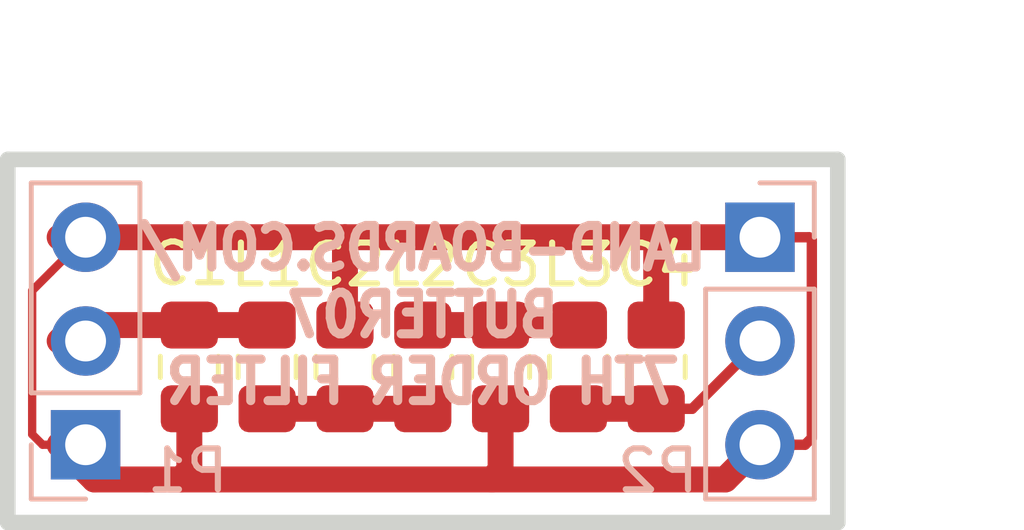
<source format=kicad_pcb>
(kicad_pcb (version 20171130) (host pcbnew "(5.1.5)-3")

  (general
    (thickness 1.6002)
    (drawings 7)
    (tracks 36)
    (zones 0)
    (modules 9)
    (nets 6)
  )

  (page A)
  (title_block
    (date "28 mar 2015")
    (rev X1)
  )

  (layers
    (0 Front signal)
    (31 Back signal)
    (36 B.SilkS user)
    (37 F.SilkS user)
    (38 B.Mask user)
    (39 F.Mask user)
    (40 Dwgs.User user)
    (44 Edge.Cuts user)
  )

  (setup
    (last_trace_width 0.2032)
    (user_trace_width 0.254)
    (user_trace_width 0.635)
    (trace_clearance 0.254)
    (zone_clearance 0.2032)
    (zone_45_only no)
    (trace_min 0.008)
    (via_size 0.889)
    (via_drill 0.635)
    (via_min_size 0.035)
    (via_min_drill 0.508)
    (uvia_size 0.508)
    (uvia_drill 0.127)
    (uvias_allowed no)
    (uvia_min_size 0.02)
    (uvia_min_drill 0.127)
    (edge_width 0.381)
    (segment_width 0.381)
    (pcb_text_width 0.3048)
    (pcb_text_size 1.524 2.032)
    (mod_edge_width 0.381)
    (mod_text_size 1.524 1.524)
    (mod_text_width 0.3048)
    (pad_size 6.35 6.35)
    (pad_drill 3.175)
    (pad_to_mask_clearance 0.1524)
    (aux_axis_origin 0 0)
    (visible_elements 7FFFFF7F)
    (pcbplotparams
      (layerselection 0x010f0_ffffffff)
      (usegerberextensions true)
      (usegerberattributes false)
      (usegerberadvancedattributes false)
      (creategerberjobfile false)
      (excludeedgelayer true)
      (linewidth 0.150000)
      (plotframeref false)
      (viasonmask false)
      (mode 1)
      (useauxorigin false)
      (hpglpennumber 1)
      (hpglpenspeed 20)
      (hpglpendiameter 15.000000)
      (psnegative false)
      (psa4output false)
      (plotreference true)
      (plotvalue false)
      (plotinvisibletext false)
      (padsonsilk false)
      (subtractmaskfromsilk false)
      (outputformat 1)
      (mirror false)
      (drillshape 0)
      (scaleselection 1)
      (outputdirectory "plots/"))
  )

  (net 0 "")
  (net 1 "Net-(C1-Pad2)")
  (net 2 "Net-(C1-Pad1)")
  (net 3 "Net-(C2-Pad1)")
  (net 4 "Net-(C3-Pad1)")
  (net 5 "Net-(C4-Pad1)")

  (net_class Default "This is the default net class."
    (clearance 0.254)
    (trace_width 0.2032)
    (via_dia 0.889)
    (via_drill 0.635)
    (uvia_dia 0.508)
    (uvia_drill 0.127)
    (add_net "Net-(C1-Pad1)")
    (add_net "Net-(C1-Pad2)")
    (add_net "Net-(C2-Pad1)")
    (add_net "Net-(C3-Pad1)")
    (add_net "Net-(C4-Pad1)")
  )

  (net_class POWER ""
    (clearance 0.254)
    (trace_width 0.635)
    (via_dia 0.889)
    (via_drill 0.635)
    (uvia_dia 0.508)
    (uvia_drill 0.127)
  )

  (module Capacitor_SMD:C_0805_2012Metric_Pad1.15x1.40mm_HandSolder (layer Front) (tedit 5B36C52B) (tstamp 5F80AA58)
    (at 62.23 33.655 270)
    (descr "Capacitor SMD 0805 (2012 Metric), square (rectangular) end terminal, IPC_7351 nominal with elongated pad for handsoldering. (Body size source: https://docs.google.com/spreadsheets/d/1BsfQQcO9C6DZCsRaXUlFlo91Tg2WpOkGARC1WS5S8t0/edit?usp=sharing), generated with kicad-footprint-generator")
    (tags "capacitor handsolder")
    (path /56B529B0)
    (attr smd)
    (fp_text reference C1 (at -2.528 0 180) (layer F.SilkS)
      (effects (font (size 1 1) (thickness 0.15)))
    )
    (fp_text value 0.1uF (at 0 1.65 90) (layer F.Fab)
      (effects (font (size 1 1) (thickness 0.15)))
    )
    (fp_line (start -1 0.6) (end -1 -0.6) (layer F.Fab) (width 0.1))
    (fp_line (start -1 -0.6) (end 1 -0.6) (layer F.Fab) (width 0.1))
    (fp_line (start 1 -0.6) (end 1 0.6) (layer F.Fab) (width 0.1))
    (fp_line (start 1 0.6) (end -1 0.6) (layer F.Fab) (width 0.1))
    (fp_line (start -0.261252 -0.71) (end 0.261252 -0.71) (layer F.SilkS) (width 0.12))
    (fp_line (start -0.261252 0.71) (end 0.261252 0.71) (layer F.SilkS) (width 0.12))
    (fp_line (start -1.85 0.95) (end -1.85 -0.95) (layer F.CrtYd) (width 0.05))
    (fp_line (start -1.85 -0.95) (end 1.85 -0.95) (layer F.CrtYd) (width 0.05))
    (fp_line (start 1.85 -0.95) (end 1.85 0.95) (layer F.CrtYd) (width 0.05))
    (fp_line (start 1.85 0.95) (end -1.85 0.95) (layer F.CrtYd) (width 0.05))
    (fp_text user %R (at 0 0 90) (layer F.Fab)
      (effects (font (size 0.5 0.5) (thickness 0.08)))
    )
    (pad 1 smd roundrect (at -1.025 0 270) (size 1.15 1.4) (layers Front F.Paste F.Mask) (roundrect_rratio 0.217391)
      (net 2 "Net-(C1-Pad1)"))
    (pad 2 smd roundrect (at 1.025 0 270) (size 1.15 1.4) (layers Front F.Paste F.Mask) (roundrect_rratio 0.217391)
      (net 1 "Net-(C1-Pad2)"))
    (model ${KISYS3DMOD}/Capacitor_SMD.3dshapes/C_0805_2012Metric.wrl
      (at (xyz 0 0 0))
      (scale (xyz 1 1 1))
      (rotate (xyz 0 0 0))
    )
  )

  (module Capacitor_SMD:C_0805_2012Metric_Pad1.15x1.40mm_HandSolder (layer Front) (tedit 5B36C52B) (tstamp 5F809C4D)
    (at 66.04 33.655 90)
    (descr "Capacitor SMD 0805 (2012 Metric), square (rectangular) end terminal, IPC_7351 nominal with elongated pad for handsoldering. (Body size source: https://docs.google.com/spreadsheets/d/1BsfQQcO9C6DZCsRaXUlFlo91Tg2WpOkGARC1WS5S8t0/edit?usp=sharing), generated with kicad-footprint-generator")
    (tags "capacitor handsolder")
    (path /5F806741)
    (attr smd)
    (fp_text reference C2 (at 2.5 0 180) (layer F.SilkS)
      (effects (font (size 1 1) (thickness 0.15)))
    )
    (fp_text value 0.1uF (at 0 1.65 90) (layer F.Fab)
      (effects (font (size 1 1) (thickness 0.15)))
    )
    (fp_text user %R (at 0 0 90) (layer F.Fab)
      (effects (font (size 0.5 0.5) (thickness 0.08)))
    )
    (fp_line (start 1.85 0.95) (end -1.85 0.95) (layer F.CrtYd) (width 0.05))
    (fp_line (start 1.85 -0.95) (end 1.85 0.95) (layer F.CrtYd) (width 0.05))
    (fp_line (start -1.85 -0.95) (end 1.85 -0.95) (layer F.CrtYd) (width 0.05))
    (fp_line (start -1.85 0.95) (end -1.85 -0.95) (layer F.CrtYd) (width 0.05))
    (fp_line (start -0.261252 0.71) (end 0.261252 0.71) (layer F.SilkS) (width 0.12))
    (fp_line (start -0.261252 -0.71) (end 0.261252 -0.71) (layer F.SilkS) (width 0.12))
    (fp_line (start 1 0.6) (end -1 0.6) (layer F.Fab) (width 0.1))
    (fp_line (start 1 -0.6) (end 1 0.6) (layer F.Fab) (width 0.1))
    (fp_line (start -1 -0.6) (end 1 -0.6) (layer F.Fab) (width 0.1))
    (fp_line (start -1 0.6) (end -1 -0.6) (layer F.Fab) (width 0.1))
    (pad 2 smd roundrect (at 1.025 0 90) (size 1.15 1.4) (layers Front F.Paste F.Mask) (roundrect_rratio 0.217391)
      (net 1 "Net-(C1-Pad2)"))
    (pad 1 smd roundrect (at -1.025 0 90) (size 1.15 1.4) (layers Front F.Paste F.Mask) (roundrect_rratio 0.217391)
      (net 3 "Net-(C2-Pad1)"))
    (model ${KISYS3DMOD}/Capacitor_SMD.3dshapes/C_0805_2012Metric.wrl
      (at (xyz 0 0 0))
      (scale (xyz 1 1 1))
      (rotate (xyz 0 0 0))
    )
  )

  (module Capacitor_SMD:C_0805_2012Metric_Pad1.15x1.40mm_HandSolder (layer Front) (tedit 5B36C52B) (tstamp 5F809C5E)
    (at 69.85 33.655 270)
    (descr "Capacitor SMD 0805 (2012 Metric), square (rectangular) end terminal, IPC_7351 nominal with elongated pad for handsoldering. (Body size source: https://docs.google.com/spreadsheets/d/1BsfQQcO9C6DZCsRaXUlFlo91Tg2WpOkGARC1WS5S8t0/edit?usp=sharing), generated with kicad-footprint-generator")
    (tags "capacitor handsolder")
    (path /5F806D1B)
    (attr smd)
    (fp_text reference C3 (at -2.5 0 180) (layer F.SilkS)
      (effects (font (size 1 1) (thickness 0.15)))
    )
    (fp_text value 0.1uF (at 0 1.65 90) (layer F.Fab)
      (effects (font (size 1 1) (thickness 0.15)))
    )
    (fp_line (start -1 0.6) (end -1 -0.6) (layer F.Fab) (width 0.1))
    (fp_line (start -1 -0.6) (end 1 -0.6) (layer F.Fab) (width 0.1))
    (fp_line (start 1 -0.6) (end 1 0.6) (layer F.Fab) (width 0.1))
    (fp_line (start 1 0.6) (end -1 0.6) (layer F.Fab) (width 0.1))
    (fp_line (start -0.261252 -0.71) (end 0.261252 -0.71) (layer F.SilkS) (width 0.12))
    (fp_line (start -0.261252 0.71) (end 0.261252 0.71) (layer F.SilkS) (width 0.12))
    (fp_line (start -1.85 0.95) (end -1.85 -0.95) (layer F.CrtYd) (width 0.05))
    (fp_line (start -1.85 -0.95) (end 1.85 -0.95) (layer F.CrtYd) (width 0.05))
    (fp_line (start 1.85 -0.95) (end 1.85 0.95) (layer F.CrtYd) (width 0.05))
    (fp_line (start 1.85 0.95) (end -1.85 0.95) (layer F.CrtYd) (width 0.05))
    (fp_text user %R (at 0 0 90) (layer F.Fab)
      (effects (font (size 0.5 0.5) (thickness 0.08)))
    )
    (pad 1 smd roundrect (at -1.025 0 270) (size 1.15 1.4) (layers Front F.Paste F.Mask) (roundrect_rratio 0.217391)
      (net 4 "Net-(C3-Pad1)"))
    (pad 2 smd roundrect (at 1.025 0 270) (size 1.15 1.4) (layers Front F.Paste F.Mask) (roundrect_rratio 0.217391)
      (net 1 "Net-(C1-Pad2)"))
    (model ${KISYS3DMOD}/Capacitor_SMD.3dshapes/C_0805_2012Metric.wrl
      (at (xyz 0 0 0))
      (scale (xyz 1 1 1))
      (rotate (xyz 0 0 0))
    )
  )

  (module Capacitor_SMD:C_0805_2012Metric_Pad1.15x1.40mm_HandSolder (layer Front) (tedit 5B36C52B) (tstamp 5F809C6F)
    (at 73.66 33.655 90)
    (descr "Capacitor SMD 0805 (2012 Metric), square (rectangular) end terminal, IPC_7351 nominal with elongated pad for handsoldering. (Body size source: https://docs.google.com/spreadsheets/d/1BsfQQcO9C6DZCsRaXUlFlo91Tg2WpOkGARC1WS5S8t0/edit?usp=sharing), generated with kicad-footprint-generator")
    (tags "capacitor handsolder")
    (path /5F80A43D)
    (attr smd)
    (fp_text reference C4 (at 2.5 0 180) (layer F.SilkS)
      (effects (font (size 1 1) (thickness 0.15)))
    )
    (fp_text value 0.1uF (at 0 1.65 90) (layer F.Fab)
      (effects (font (size 1 1) (thickness 0.15)))
    )
    (fp_text user %R (at 0 0 90) (layer F.Fab)
      (effects (font (size 0.5 0.5) (thickness 0.08)))
    )
    (fp_line (start 1.85 0.95) (end -1.85 0.95) (layer F.CrtYd) (width 0.05))
    (fp_line (start 1.85 -0.95) (end 1.85 0.95) (layer F.CrtYd) (width 0.05))
    (fp_line (start -1.85 -0.95) (end 1.85 -0.95) (layer F.CrtYd) (width 0.05))
    (fp_line (start -1.85 0.95) (end -1.85 -0.95) (layer F.CrtYd) (width 0.05))
    (fp_line (start -0.261252 0.71) (end 0.261252 0.71) (layer F.SilkS) (width 0.12))
    (fp_line (start -0.261252 -0.71) (end 0.261252 -0.71) (layer F.SilkS) (width 0.12))
    (fp_line (start 1 0.6) (end -1 0.6) (layer F.Fab) (width 0.1))
    (fp_line (start 1 -0.6) (end 1 0.6) (layer F.Fab) (width 0.1))
    (fp_line (start -1 -0.6) (end 1 -0.6) (layer F.Fab) (width 0.1))
    (fp_line (start -1 0.6) (end -1 -0.6) (layer F.Fab) (width 0.1))
    (pad 2 smd roundrect (at 1.025 0 90) (size 1.15 1.4) (layers Front F.Paste F.Mask) (roundrect_rratio 0.217391)
      (net 1 "Net-(C1-Pad2)"))
    (pad 1 smd roundrect (at -1.025 0 90) (size 1.15 1.4) (layers Front F.Paste F.Mask) (roundrect_rratio 0.217391)
      (net 5 "Net-(C4-Pad1)"))
    (model ${KISYS3DMOD}/Capacitor_SMD.3dshapes/C_0805_2012Metric.wrl
      (at (xyz 0 0 0))
      (scale (xyz 1 1 1))
      (rotate (xyz 0 0 0))
    )
  )

  (module Capacitor_SMD:C_0805_2012Metric_Pad1.15x1.40mm_HandSolder (layer Front) (tedit 5B36C52B) (tstamp 5F809C80)
    (at 67.945 33.655 90)
    (descr "Capacitor SMD 0805 (2012 Metric), square (rectangular) end terminal, IPC_7351 nominal with elongated pad for handsoldering. (Body size source: https://docs.google.com/spreadsheets/d/1BsfQQcO9C6DZCsRaXUlFlo91Tg2WpOkGARC1WS5S8t0/edit?usp=sharing), generated with kicad-footprint-generator")
    (tags "capacitor handsolder")
    (path /5F80EB61)
    (attr smd)
    (fp_text reference L2 (at 2.5 0 180) (layer F.SilkS)
      (effects (font (size 1 1) (thickness 0.15)))
    )
    (fp_text value L (at 0 1.65 90) (layer F.Fab)
      (effects (font (size 1 1) (thickness 0.15)))
    )
    (fp_line (start -1 0.6) (end -1 -0.6) (layer F.Fab) (width 0.1))
    (fp_line (start -1 -0.6) (end 1 -0.6) (layer F.Fab) (width 0.1))
    (fp_line (start 1 -0.6) (end 1 0.6) (layer F.Fab) (width 0.1))
    (fp_line (start 1 0.6) (end -1 0.6) (layer F.Fab) (width 0.1))
    (fp_line (start -0.261252 -0.71) (end 0.261252 -0.71) (layer F.SilkS) (width 0.12))
    (fp_line (start -0.261252 0.71) (end 0.261252 0.71) (layer F.SilkS) (width 0.12))
    (fp_line (start -1.85 0.95) (end -1.85 -0.95) (layer F.CrtYd) (width 0.05))
    (fp_line (start -1.85 -0.95) (end 1.85 -0.95) (layer F.CrtYd) (width 0.05))
    (fp_line (start 1.85 -0.95) (end 1.85 0.95) (layer F.CrtYd) (width 0.05))
    (fp_line (start 1.85 0.95) (end -1.85 0.95) (layer F.CrtYd) (width 0.05))
    (fp_text user %R (at 0 0 90) (layer F.Fab)
      (effects (font (size 0.5 0.5) (thickness 0.08)))
    )
    (pad 1 smd roundrect (at -1.025 0 90) (size 1.15 1.4) (layers Front F.Paste F.Mask) (roundrect_rratio 0.217391)
      (net 3 "Net-(C2-Pad1)"))
    (pad 2 smd roundrect (at 1.025 0 90) (size 1.15 1.4) (layers Front F.Paste F.Mask) (roundrect_rratio 0.217391)
      (net 4 "Net-(C3-Pad1)"))
    (model ${KISYS3DMOD}/Capacitor_SMD.3dshapes/C_0805_2012Metric.wrl
      (at (xyz 0 0 0))
      (scale (xyz 1 1 1))
      (rotate (xyz 0 0 0))
    )
  )

  (module Capacitor_SMD:C_0805_2012Metric_Pad1.15x1.40mm_HandSolder (layer Front) (tedit 5B36C52B) (tstamp 5F809C91)
    (at 71.755 33.655 270)
    (descr "Capacitor SMD 0805 (2012 Metric), square (rectangular) end terminal, IPC_7351 nominal with elongated pad for handsoldering. (Body size source: https://docs.google.com/spreadsheets/d/1BsfQQcO9C6DZCsRaXUlFlo91Tg2WpOkGARC1WS5S8t0/edit?usp=sharing), generated with kicad-footprint-generator")
    (tags "capacitor handsolder")
    (path /5F80F320)
    (attr smd)
    (fp_text reference L3 (at -2.5 0 180) (layer F.SilkS)
      (effects (font (size 1 1) (thickness 0.15)))
    )
    (fp_text value L (at 0 1.65 90) (layer F.Fab)
      (effects (font (size 1 1) (thickness 0.15)))
    )
    (fp_text user %R (at 0 0 90) (layer F.Fab)
      (effects (font (size 0.5 0.5) (thickness 0.08)))
    )
    (fp_line (start 1.85 0.95) (end -1.85 0.95) (layer F.CrtYd) (width 0.05))
    (fp_line (start 1.85 -0.95) (end 1.85 0.95) (layer F.CrtYd) (width 0.05))
    (fp_line (start -1.85 -0.95) (end 1.85 -0.95) (layer F.CrtYd) (width 0.05))
    (fp_line (start -1.85 0.95) (end -1.85 -0.95) (layer F.CrtYd) (width 0.05))
    (fp_line (start -0.261252 0.71) (end 0.261252 0.71) (layer F.SilkS) (width 0.12))
    (fp_line (start -0.261252 -0.71) (end 0.261252 -0.71) (layer F.SilkS) (width 0.12))
    (fp_line (start 1 0.6) (end -1 0.6) (layer F.Fab) (width 0.1))
    (fp_line (start 1 -0.6) (end 1 0.6) (layer F.Fab) (width 0.1))
    (fp_line (start -1 -0.6) (end 1 -0.6) (layer F.Fab) (width 0.1))
    (fp_line (start -1 0.6) (end -1 -0.6) (layer F.Fab) (width 0.1))
    (pad 2 smd roundrect (at 1.025 0 270) (size 1.15 1.4) (layers Front F.Paste F.Mask) (roundrect_rratio 0.217391)
      (net 5 "Net-(C4-Pad1)"))
    (pad 1 smd roundrect (at -1.025 0 270) (size 1.15 1.4) (layers Front F.Paste F.Mask) (roundrect_rratio 0.217391)
      (net 4 "Net-(C3-Pad1)"))
    (model ${KISYS3DMOD}/Capacitor_SMD.3dshapes/C_0805_2012Metric.wrl
      (at (xyz 0 0 0))
      (scale (xyz 1 1 1))
      (rotate (xyz 0 0 0))
    )
  )

  (module Connector_PinHeader_2.54mm:PinHeader_1x03_P2.54mm_Vertical (layer Back) (tedit 59FED5CC) (tstamp 5F809CA8)
    (at 59.69 35.56)
    (descr "Through hole straight pin header, 1x03, 2.54mm pitch, single row")
    (tags "Through hole pin header THT 1x03 2.54mm single row")
    (path /5F807CAE)
    (fp_text reference P1 (at 2.5 0.635) (layer B.SilkS)
      (effects (font (size 1 1) (thickness 0.15)) (justify mirror))
    )
    (fp_text value CONN_01X03 (at 0 -7.41) (layer B.Fab)
      (effects (font (size 1 1) (thickness 0.15)) (justify mirror))
    )
    (fp_text user %R (at 0 -2.54 -90) (layer B.Fab)
      (effects (font (size 1 1) (thickness 0.15)) (justify mirror))
    )
    (fp_line (start 1.8 1.8) (end -1.8 1.8) (layer B.CrtYd) (width 0.05))
    (fp_line (start 1.8 -6.85) (end 1.8 1.8) (layer B.CrtYd) (width 0.05))
    (fp_line (start -1.8 -6.85) (end 1.8 -6.85) (layer B.CrtYd) (width 0.05))
    (fp_line (start -1.8 1.8) (end -1.8 -6.85) (layer B.CrtYd) (width 0.05))
    (fp_line (start -1.33 1.33) (end 0 1.33) (layer B.SilkS) (width 0.12))
    (fp_line (start -1.33 0) (end -1.33 1.33) (layer B.SilkS) (width 0.12))
    (fp_line (start -1.33 -1.27) (end 1.33 -1.27) (layer B.SilkS) (width 0.12))
    (fp_line (start 1.33 -1.27) (end 1.33 -6.41) (layer B.SilkS) (width 0.12))
    (fp_line (start -1.33 -1.27) (end -1.33 -6.41) (layer B.SilkS) (width 0.12))
    (fp_line (start -1.33 -6.41) (end 1.33 -6.41) (layer B.SilkS) (width 0.12))
    (fp_line (start -1.27 0.635) (end -0.635 1.27) (layer B.Fab) (width 0.1))
    (fp_line (start -1.27 -6.35) (end -1.27 0.635) (layer B.Fab) (width 0.1))
    (fp_line (start 1.27 -6.35) (end -1.27 -6.35) (layer B.Fab) (width 0.1))
    (fp_line (start 1.27 1.27) (end 1.27 -6.35) (layer B.Fab) (width 0.1))
    (fp_line (start -0.635 1.27) (end 1.27 1.27) (layer B.Fab) (width 0.1))
    (pad 3 thru_hole oval (at 0 -5.08) (size 1.7 1.7) (drill 1) (layers *.Cu *.Mask)
      (net 1 "Net-(C1-Pad2)"))
    (pad 2 thru_hole oval (at 0 -2.54) (size 1.7 1.7) (drill 1) (layers *.Cu *.Mask)
      (net 2 "Net-(C1-Pad1)"))
    (pad 1 thru_hole rect (at 0 0) (size 1.7 1.7) (drill 1) (layers *.Cu *.Mask)
      (net 1 "Net-(C1-Pad2)"))
    (model ${KISYS3DMOD}/Connector_PinHeader_2.54mm.3dshapes/PinHeader_1x03_P2.54mm_Vertical.wrl
      (at (xyz 0 0 0))
      (scale (xyz 1 1 1))
      (rotate (xyz 0 0 0))
    )
  )

  (module Connector_PinHeader_2.54mm:PinHeader_1x03_P2.54mm_Vertical (layer Back) (tedit 59FED5CC) (tstamp 5F809CA9)
    (at 76.2 30.48 180)
    (descr "Through hole straight pin header, 1x03, 2.54mm pitch, single row")
    (tags "Through hole pin header THT 1x03 2.54mm single row")
    (path /56B8BA20)
    (fp_text reference P2 (at 2.5 -5.715) (layer B.SilkS)
      (effects (font (size 1 1) (thickness 0.15)) (justify mirror))
    )
    (fp_text value CONN_01X03 (at 0 -7.41) (layer B.Fab)
      (effects (font (size 1 1) (thickness 0.15)) (justify mirror))
    )
    (fp_line (start -0.635 1.27) (end 1.27 1.27) (layer B.Fab) (width 0.1))
    (fp_line (start 1.27 1.27) (end 1.27 -6.35) (layer B.Fab) (width 0.1))
    (fp_line (start 1.27 -6.35) (end -1.27 -6.35) (layer B.Fab) (width 0.1))
    (fp_line (start -1.27 -6.35) (end -1.27 0.635) (layer B.Fab) (width 0.1))
    (fp_line (start -1.27 0.635) (end -0.635 1.27) (layer B.Fab) (width 0.1))
    (fp_line (start -1.33 -6.41) (end 1.33 -6.41) (layer B.SilkS) (width 0.12))
    (fp_line (start -1.33 -1.27) (end -1.33 -6.41) (layer B.SilkS) (width 0.12))
    (fp_line (start 1.33 -1.27) (end 1.33 -6.41) (layer B.SilkS) (width 0.12))
    (fp_line (start -1.33 -1.27) (end 1.33 -1.27) (layer B.SilkS) (width 0.12))
    (fp_line (start -1.33 0) (end -1.33 1.33) (layer B.SilkS) (width 0.12))
    (fp_line (start -1.33 1.33) (end 0 1.33) (layer B.SilkS) (width 0.12))
    (fp_line (start -1.8 1.8) (end -1.8 -6.85) (layer B.CrtYd) (width 0.05))
    (fp_line (start -1.8 -6.85) (end 1.8 -6.85) (layer B.CrtYd) (width 0.05))
    (fp_line (start 1.8 -6.85) (end 1.8 1.8) (layer B.CrtYd) (width 0.05))
    (fp_line (start 1.8 1.8) (end -1.8 1.8) (layer B.CrtYd) (width 0.05))
    (fp_text user %R (at 0 -2.54 270) (layer B.Fab)
      (effects (font (size 1 1) (thickness 0.15)) (justify mirror))
    )
    (pad 1 thru_hole rect (at 0 0 180) (size 1.7 1.7) (drill 1) (layers *.Cu *.Mask)
      (net 1 "Net-(C1-Pad2)"))
    (pad 2 thru_hole oval (at 0 -2.54 180) (size 1.7 1.7) (drill 1) (layers *.Cu *.Mask)
      (net 5 "Net-(C4-Pad1)"))
    (pad 3 thru_hole oval (at 0 -5.08 180) (size 1.7 1.7) (drill 1) (layers *.Cu *.Mask)
      (net 1 "Net-(C1-Pad2)"))
    (model ${KISYS3DMOD}/Connector_PinHeader_2.54mm.3dshapes/PinHeader_1x03_P2.54mm_Vertical.wrl
      (at (xyz 0 0 0))
      (scale (xyz 1 1 1))
      (rotate (xyz 0 0 0))
    )
  )

  (module Capacitor_SMD:C_0805_2012Metric_Pad1.15x1.40mm_HandSolder (layer Front) (tedit 5B36C52B) (tstamp 5F809E43)
    (at 64.135 33.655 270)
    (descr "Capacitor SMD 0805 (2012 Metric), square (rectangular) end terminal, IPC_7351 nominal with elongated pad for handsoldering. (Body size source: https://docs.google.com/spreadsheets/d/1BsfQQcO9C6DZCsRaXUlFlo91Tg2WpOkGARC1WS5S8t0/edit?usp=sharing), generated with kicad-footprint-generator")
    (tags "capacitor handsolder")
    (path /5F808644)
    (attr smd)
    (fp_text reference L1 (at -2.5 0 180) (layer F.SilkS)
      (effects (font (size 1 1) (thickness 0.15)))
    )
    (fp_text value L (at 0 1.65 90) (layer F.Fab)
      (effects (font (size 1 1) (thickness 0.15)))
    )
    (fp_line (start -1 0.6) (end -1 -0.6) (layer F.Fab) (width 0.1))
    (fp_line (start -1 -0.6) (end 1 -0.6) (layer F.Fab) (width 0.1))
    (fp_line (start 1 -0.6) (end 1 0.6) (layer F.Fab) (width 0.1))
    (fp_line (start 1 0.6) (end -1 0.6) (layer F.Fab) (width 0.1))
    (fp_line (start -0.261252 -0.71) (end 0.261252 -0.71) (layer F.SilkS) (width 0.12))
    (fp_line (start -0.261252 0.71) (end 0.261252 0.71) (layer F.SilkS) (width 0.12))
    (fp_line (start -1.85 0.95) (end -1.85 -0.95) (layer F.CrtYd) (width 0.05))
    (fp_line (start -1.85 -0.95) (end 1.85 -0.95) (layer F.CrtYd) (width 0.05))
    (fp_line (start 1.85 -0.95) (end 1.85 0.95) (layer F.CrtYd) (width 0.05))
    (fp_line (start 1.85 0.95) (end -1.85 0.95) (layer F.CrtYd) (width 0.05))
    (fp_text user %R (at 0 0 90) (layer F.Fab)
      (effects (font (size 0.5 0.5) (thickness 0.08)))
    )
    (pad 1 smd roundrect (at -1.025 0 270) (size 1.15 1.4) (layers Front F.Paste F.Mask) (roundrect_rratio 0.217391)
      (net 2 "Net-(C1-Pad1)"))
    (pad 2 smd roundrect (at 1.025 0 270) (size 1.15 1.4) (layers Front F.Paste F.Mask) (roundrect_rratio 0.217391)
      (net 3 "Net-(C2-Pad1)"))
    (model ${KISYS3DMOD}/Capacitor_SMD.3dshapes/C_0805_2012Metric.wrl
      (at (xyz 0 0 0))
      (scale (xyz 1 1 1))
      (rotate (xyz 0 0 0))
    )
  )

  (dimension 20.32 (width 0.381) (layer Dwgs.User)
    (gr_text "0.8000 in" (at 67.945 25.139) (layer Dwgs.User)
      (effects (font (size 1 1) (thickness 0.15)))
    )
    (feature1 (pts (xy 78.105 28.575) (xy 78.105 26.083579)))
    (feature2 (pts (xy 57.785 28.575) (xy 57.785 26.083579)))
    (crossbar (pts (xy 57.785 26.67) (xy 78.105 26.67)))
    (arrow1a (pts (xy 78.105 26.67) (xy 76.978496 27.256421)))
    (arrow1b (pts (xy 78.105 26.67) (xy 76.978496 26.083579)))
    (arrow2a (pts (xy 57.785 26.67) (xy 58.911504 27.256421)))
    (arrow2b (pts (xy 57.785 26.67) (xy 58.911504 26.083579)))
  )
  (dimension 8.89 (width 0.381) (layer Dwgs.User)
    (gr_text "0.3500 in" (at 81.541 33.02 270) (layer Dwgs.User)
      (effects (font (size 1 1) (thickness 0.15)))
    )
    (feature1 (pts (xy 78.105 37.465) (xy 80.596421 37.465)))
    (feature2 (pts (xy 78.105 28.575) (xy 80.596421 28.575)))
    (crossbar (pts (xy 80.01 28.575) (xy 80.01 37.465)))
    (arrow1a (pts (xy 80.01 37.465) (xy 79.423579 36.338496)))
    (arrow1b (pts (xy 80.01 37.465) (xy 80.596421 36.338496)))
    (arrow2a (pts (xy 80.01 28.575) (xy 79.423579 29.701504)))
    (arrow2b (pts (xy 80.01 28.575) (xy 80.596421 29.701504)))
  )
  (gr_line (start 57.785 37.465) (end 57.785 28.575) (layer Edge.Cuts) (width 0.381) (tstamp 5F80A8E3))
  (gr_line (start 78.105 37.465) (end 57.785 37.465) (layer Edge.Cuts) (width 0.381))
  (gr_line (start 78.105 28.575) (end 78.105 37.465) (layer Edge.Cuts) (width 0.381))
  (gr_line (start 57.785 28.575) (end 78.105 28.575) (layer Edge.Cuts) (width 0.381))
  (gr_text "LAND-BOARDS.COM/\nBUTTER07\n7TH ORDER FILTER" (at 67.945 32.385) (layer B.SilkS)
    (effects (font (size 1.016 0.889) (thickness 0.22225)) (justify mirror))
  )

  (segment (start 77.402081 30.48) (end 77.47 30.547919) (width 0.254) (layer Front) (net 1))
  (segment (start 76.2 30.48) (end 77.402081 30.48) (width 0.254) (layer Front) (net 1))
  (segment (start 77.304 35.56) (end 76.2 35.56) (width 0.254) (layer Front) (net 1))
  (segment (start 77.47 35.394) (end 77.304 35.56) (width 0.254) (layer Front) (net 1))
  (segment (start 77.47 30.547919) (end 77.47 35.394) (width 0.254) (layer Front) (net 1))
  (segment (start 75.350001 36.409999) (end 76.2 35.56) (width 0.635) (layer Front) (net 1))
  (segment (start 59.055 35.56) (end 59.904999 36.409999) (width 0.635) (layer Front) (net 1))
  (segment (start 59.055 30.48) (end 66.04 30.48) (width 0.635) (layer Front) (net 1))
  (segment (start 66.04 32.63) (end 66.04 30.48) (width 0.635) (layer Front) (net 1))
  (segment (start 69.85 36.195) (end 69.635001 36.409999) (width 0.635) (layer Front) (net 1))
  (segment (start 69.85 34.68) (end 69.85 36.195) (width 0.635) (layer Front) (net 1))
  (segment (start 69.635001 36.409999) (end 75.350001 36.409999) (width 0.635) (layer Front) (net 1))
  (segment (start 73.66 32.055) (end 73.66 30.48) (width 0.635) (layer Front) (net 1))
  (segment (start 73.66 32.63) (end 73.66 32.055) (width 0.635) (layer Front) (net 1))
  (segment (start 66.04 30.48) (end 73.66 30.48) (width 0.635) (layer Front) (net 1))
  (segment (start 73.66 30.48) (end 76.2 30.48) (width 0.635) (layer Front) (net 1))
  (segment (start 59.904999 36.409999) (end 61.174999 36.409999) (width 0.635) (layer Front) (net 1))
  (segment (start 62.23 34.68) (end 62.23 36.195) (width 0.635) (layer Front) (net 1))
  (segment (start 62.23 36.195) (end 62.015001 36.409999) (width 0.635) (layer Front) (net 1))
  (segment (start 61.174999 36.409999) (end 62.015001 36.409999) (width 0.635) (layer Front) (net 1))
  (segment (start 62.015001 36.409999) (end 69.635001 36.409999) (width 0.635) (layer Front) (net 1))
  (segment (start 58.840001 31.329999) (end 59.69 30.48) (width 0.2032) (layer Front) (net 1))
  (segment (start 58.381891 31.788109) (end 58.840001 31.329999) (width 0.2032) (layer Front) (net 1))
  (segment (start 58.381891 35.305091) (end 58.381891 31.788109) (width 0.2032) (layer Front) (net 1))
  (segment (start 58.6368 35.56) (end 58.381891 35.305091) (width 0.2032) (layer Front) (net 1))
  (segment (start 59.69 35.56) (end 58.6368 35.56) (width 0.2032) (layer Front) (net 1))
  (segment (start 64.135 32.63) (end 61.595 32.63) (width 0.635) (layer Front) (net 2))
  (segment (start 59.445 32.63) (end 59.055 33.02) (width 0.635) (layer Front) (net 2))
  (segment (start 62.23 32.63) (end 59.445 32.63) (width 0.635) (layer Front) (net 2))
  (segment (start 67.945 34.68) (end 66.04 34.68) (width 0.635) (layer Front) (net 3))
  (segment (start 64.135 34.68) (end 66.04 34.68) (width 0.635) (layer Front) (net 3))
  (segment (start 71.755 32.63) (end 69.85 32.63) (width 0.635) (layer Front) (net 4))
  (segment (start 67.945 32.63) (end 69.85 32.63) (width 0.635) (layer Front) (net 4))
  (segment (start 74.54 34.68) (end 76.2 33.02) (width 0.254) (layer Front) (net 5))
  (segment (start 73.66 34.68) (end 74.54 34.68) (width 0.254) (layer Front) (net 5))
  (segment (start 73.66 34.68) (end 71.755 34.68) (width 0.635) (layer Front) (net 5))

)

</source>
